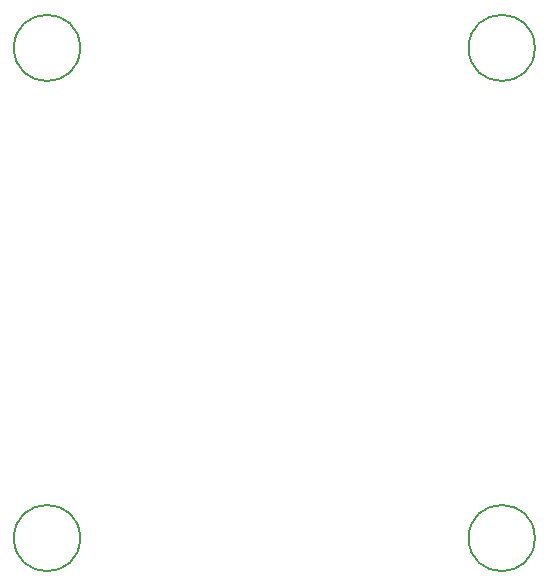
<source format=gbr>
%TF.GenerationSoftware,KiCad,Pcbnew,(6.0.2)*%
%TF.CreationDate,2022-08-24T18:01:38+01:00*%
%TF.ProjectId,solenoid_driver,736f6c65-6e6f-4696-945f-647269766572,rev?*%
%TF.SameCoordinates,Original*%
%TF.FileFunction,Other,Comment*%
%FSLAX46Y46*%
G04 Gerber Fmt 4.6, Leading zero omitted, Abs format (unit mm)*
G04 Created by KiCad (PCBNEW (6.0.2)) date 2022-08-24 18:01:38*
%MOMM*%
%LPD*%
G01*
G04 APERTURE LIST*
%ADD10C,0.150000*%
G04 APERTURE END LIST*
D10*
%TO.C,REF\u002A\u002A*%
X118300000Y-84000000D02*
G75*
G03*
X118300000Y-84000000I-2800000J0D01*
G01*
X118300000Y-125500000D02*
G75*
G03*
X118300000Y-125500000I-2800000J0D01*
G01*
X156800000Y-84000000D02*
G75*
G03*
X156800000Y-84000000I-2800000J0D01*
G01*
X156800000Y-125500000D02*
G75*
G03*
X156800000Y-125500000I-2800000J0D01*
G01*
%TD*%
M02*

</source>
